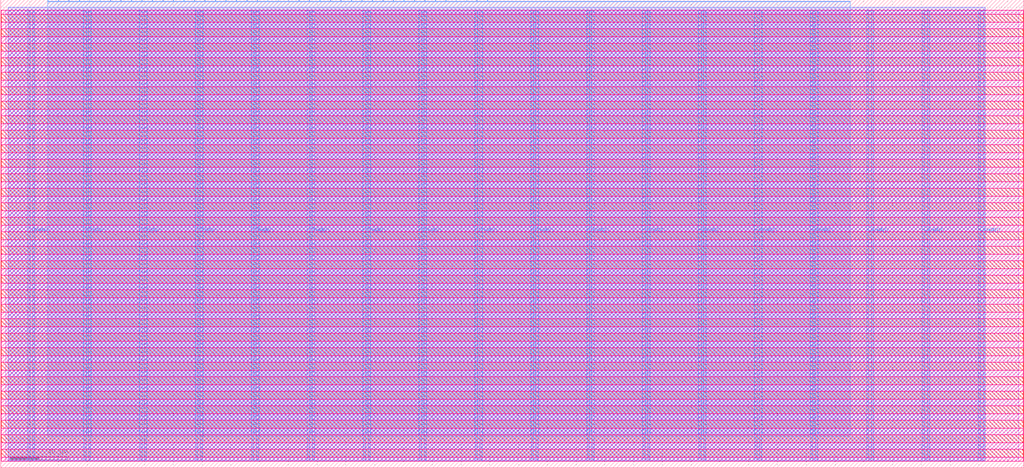
<source format=lef>
VERSION 5.7 ;
  NOWIREEXTENSIONATPIN ON ;
  DIVIDERCHAR "/" ;
  BUSBITCHARS "[]" ;
MACRO tt_um_rejunity_vga_test01
  CLASS BLOCK ;
  FOREIGN tt_um_rejunity_vga_test01 ;
  ORIGIN 0.000 0.000 ;
  SIZE 711.200 BY 325.360 ;
  PIN VGND
    DIRECTION INOUT ;
    USE GROUND ;
    PORT
      LAYER Metal4 ;
        RECT 22.180 4.740 23.780 317.820 ;
    END
    PORT
      LAYER Metal4 ;
        RECT 61.050 4.740 62.650 317.820 ;
    END
    PORT
      LAYER Metal4 ;
        RECT 99.920 4.740 101.520 317.820 ;
    END
    PORT
      LAYER Metal4 ;
        RECT 138.790 4.740 140.390 317.820 ;
    END
    PORT
      LAYER Metal4 ;
        RECT 177.660 4.740 179.260 317.820 ;
    END
    PORT
      LAYER Metal4 ;
        RECT 216.530 4.740 218.130 317.820 ;
    END
    PORT
      LAYER Metal4 ;
        RECT 255.400 4.740 257.000 317.820 ;
    END
    PORT
      LAYER Metal4 ;
        RECT 294.270 4.740 295.870 317.820 ;
    END
    PORT
      LAYER Metal4 ;
        RECT 333.140 4.740 334.740 317.820 ;
    END
    PORT
      LAYER Metal4 ;
        RECT 372.010 4.740 373.610 317.820 ;
    END
    PORT
      LAYER Metal4 ;
        RECT 410.880 4.740 412.480 317.820 ;
    END
    PORT
      LAYER Metal4 ;
        RECT 449.750 4.740 451.350 317.820 ;
    END
    PORT
      LAYER Metal4 ;
        RECT 488.620 4.740 490.220 317.820 ;
    END
    PORT
      LAYER Metal4 ;
        RECT 527.490 4.740 529.090 317.820 ;
    END
    PORT
      LAYER Metal4 ;
        RECT 566.360 4.740 567.960 317.820 ;
    END
    PORT
      LAYER Metal4 ;
        RECT 605.230 4.740 606.830 317.820 ;
    END
    PORT
      LAYER Metal4 ;
        RECT 644.100 4.740 645.700 317.820 ;
    END
    PORT
      LAYER Metal4 ;
        RECT 682.970 4.740 684.570 317.820 ;
    END
  END VGND
  PIN VPWR
    DIRECTION INOUT ;
    USE POWER ;
    PORT
      LAYER Metal4 ;
        RECT 18.880 4.740 20.480 317.820 ;
    END
    PORT
      LAYER Metal4 ;
        RECT 57.750 4.740 59.350 317.820 ;
    END
    PORT
      LAYER Metal4 ;
        RECT 96.620 4.740 98.220 317.820 ;
    END
    PORT
      LAYER Metal4 ;
        RECT 135.490 4.740 137.090 317.820 ;
    END
    PORT
      LAYER Metal4 ;
        RECT 174.360 4.740 175.960 317.820 ;
    END
    PORT
      LAYER Metal4 ;
        RECT 213.230 4.740 214.830 317.820 ;
    END
    PORT
      LAYER Metal4 ;
        RECT 252.100 4.740 253.700 317.820 ;
    END
    PORT
      LAYER Metal4 ;
        RECT 290.970 4.740 292.570 317.820 ;
    END
    PORT
      LAYER Metal4 ;
        RECT 329.840 4.740 331.440 317.820 ;
    END
    PORT
      LAYER Metal4 ;
        RECT 368.710 4.740 370.310 317.820 ;
    END
    PORT
      LAYER Metal4 ;
        RECT 407.580 4.740 409.180 317.820 ;
    END
    PORT
      LAYER Metal4 ;
        RECT 446.450 4.740 448.050 317.820 ;
    END
    PORT
      LAYER Metal4 ;
        RECT 485.320 4.740 486.920 317.820 ;
    END
    PORT
      LAYER Metal4 ;
        RECT 524.190 4.740 525.790 317.820 ;
    END
    PORT
      LAYER Metal4 ;
        RECT 563.060 4.740 564.660 317.820 ;
    END
    PORT
      LAYER Metal4 ;
        RECT 601.930 4.740 603.530 317.820 ;
    END
    PORT
      LAYER Metal4 ;
        RECT 640.800 4.740 642.400 317.820 ;
    END
    PORT
      LAYER Metal4 ;
        RECT 679.670 4.740 681.270 317.820 ;
    END
  END VPWR
  PIN clk
    DIRECTION INPUT ;
    USE SIGNAL ;
    ANTENNAGATEAREA 10.823999 ;
    PORT
      LAYER Metal4 ;
        RECT 331.090 324.360 331.390 325.360 ;
    END
  END clk
  PIN ena
    DIRECTION INPUT ;
    USE SIGNAL ;
    PORT
      LAYER Metal4 ;
        RECT 338.370 324.360 338.670 325.360 ;
    END
  END ena
  PIN rst_n
    DIRECTION INPUT ;
    USE SIGNAL ;
    ANTENNAGATEAREA 0.396000 ;
    PORT
      LAYER Metal4 ;
        RECT 323.810 324.360 324.110 325.360 ;
    END
  END rst_n
  PIN ui_in[0]
    DIRECTION INPUT ;
    USE SIGNAL ;
    PORT
      LAYER Metal4 ;
        RECT 316.530 324.360 316.830 325.360 ;
    END
  END ui_in[0]
  PIN ui_in[1]
    DIRECTION INPUT ;
    USE SIGNAL ;
    PORT
      LAYER Metal4 ;
        RECT 309.250 324.360 309.550 325.360 ;
    END
  END ui_in[1]
  PIN ui_in[2]
    DIRECTION INPUT ;
    USE SIGNAL ;
    PORT
      LAYER Metal4 ;
        RECT 301.970 324.360 302.270 325.360 ;
    END
  END ui_in[2]
  PIN ui_in[3]
    DIRECTION INPUT ;
    USE SIGNAL ;
    PORT
      LAYER Metal4 ;
        RECT 294.690 324.360 294.990 325.360 ;
    END
  END ui_in[3]
  PIN ui_in[4]
    DIRECTION INPUT ;
    USE SIGNAL ;
    PORT
      LAYER Metal4 ;
        RECT 287.410 324.360 287.710 325.360 ;
    END
  END ui_in[4]
  PIN ui_in[5]
    DIRECTION INPUT ;
    USE SIGNAL ;
    PORT
      LAYER Metal4 ;
        RECT 280.130 324.360 280.430 325.360 ;
    END
  END ui_in[5]
  PIN ui_in[6]
    DIRECTION INPUT ;
    USE SIGNAL ;
    PORT
      LAYER Metal4 ;
        RECT 272.850 324.360 273.150 325.360 ;
    END
  END ui_in[6]
  PIN ui_in[7]
    DIRECTION INPUT ;
    USE SIGNAL ;
    PORT
      LAYER Metal4 ;
        RECT 265.570 324.360 265.870 325.360 ;
    END
  END ui_in[7]
  PIN uio_in[0]
    DIRECTION INPUT ;
    USE SIGNAL ;
    PORT
      LAYER Metal4 ;
        RECT 258.290 324.360 258.590 325.360 ;
    END
  END uio_in[0]
  PIN uio_in[1]
    DIRECTION INPUT ;
    USE SIGNAL ;
    PORT
      LAYER Metal4 ;
        RECT 251.010 324.360 251.310 325.360 ;
    END
  END uio_in[1]
  PIN uio_in[2]
    DIRECTION INPUT ;
    USE SIGNAL ;
    PORT
      LAYER Metal4 ;
        RECT 243.730 324.360 244.030 325.360 ;
    END
  END uio_in[2]
  PIN uio_in[3]
    DIRECTION INPUT ;
    USE SIGNAL ;
    PORT
      LAYER Metal4 ;
        RECT 236.450 324.360 236.750 325.360 ;
    END
  END uio_in[3]
  PIN uio_in[4]
    DIRECTION INPUT ;
    USE SIGNAL ;
    PORT
      LAYER Metal4 ;
        RECT 229.170 324.360 229.470 325.360 ;
    END
  END uio_in[4]
  PIN uio_in[5]
    DIRECTION INPUT ;
    USE SIGNAL ;
    PORT
      LAYER Metal4 ;
        RECT 221.890 324.360 222.190 325.360 ;
    END
  END uio_in[5]
  PIN uio_in[6]
    DIRECTION INPUT ;
    USE SIGNAL ;
    PORT
      LAYER Metal4 ;
        RECT 214.610 324.360 214.910 325.360 ;
    END
  END uio_in[6]
  PIN uio_in[7]
    DIRECTION INPUT ;
    USE SIGNAL ;
    PORT
      LAYER Metal4 ;
        RECT 207.330 324.360 207.630 325.360 ;
    END
  END uio_in[7]
  PIN uio_oe[0]
    DIRECTION OUTPUT ;
    USE SIGNAL ;
    ANTENNADIFFAREA 0.396000 ;
    PORT
      LAYER Metal4 ;
        RECT 83.570 324.360 83.870 325.360 ;
    END
  END uio_oe[0]
  PIN uio_oe[1]
    DIRECTION OUTPUT ;
    USE SIGNAL ;
    ANTENNADIFFAREA 0.396000 ;
    PORT
      LAYER Metal4 ;
        RECT 76.290 324.360 76.590 325.360 ;
    END
  END uio_oe[1]
  PIN uio_oe[2]
    DIRECTION OUTPUT ;
    USE SIGNAL ;
    ANTENNADIFFAREA 0.396000 ;
    PORT
      LAYER Metal4 ;
        RECT 69.010 324.360 69.310 325.360 ;
    END
  END uio_oe[2]
  PIN uio_oe[3]
    DIRECTION OUTPUT ;
    USE SIGNAL ;
    ANTENNADIFFAREA 0.396000 ;
    PORT
      LAYER Metal4 ;
        RECT 61.730 324.360 62.030 325.360 ;
    END
  END uio_oe[3]
  PIN uio_oe[4]
    DIRECTION OUTPUT ;
    USE SIGNAL ;
    ANTENNADIFFAREA 0.396000 ;
    PORT
      LAYER Metal4 ;
        RECT 54.450 324.360 54.750 325.360 ;
    END
  END uio_oe[4]
  PIN uio_oe[5]
    DIRECTION OUTPUT ;
    USE SIGNAL ;
    ANTENNADIFFAREA 0.396000 ;
    PORT
      LAYER Metal4 ;
        RECT 47.170 324.360 47.470 325.360 ;
    END
  END uio_oe[5]
  PIN uio_oe[6]
    DIRECTION OUTPUT ;
    USE SIGNAL ;
    ANTENNADIFFAREA 0.396000 ;
    PORT
      LAYER Metal4 ;
        RECT 39.890 324.360 40.190 325.360 ;
    END
  END uio_oe[6]
  PIN uio_oe[7]
    DIRECTION OUTPUT ;
    USE SIGNAL ;
    ANTENNADIFFAREA 0.396000 ;
    PORT
      LAYER Metal4 ;
        RECT 32.610 324.360 32.910 325.360 ;
    END
  END uio_oe[7]
  PIN uio_out[0]
    DIRECTION OUTPUT ;
    USE SIGNAL ;
    ANTENNADIFFAREA 1.821000 ;
    PORT
      LAYER Metal4 ;
        RECT 141.810 324.360 142.110 325.360 ;
    END
  END uio_out[0]
  PIN uio_out[1]
    DIRECTION OUTPUT ;
    USE SIGNAL ;
    ANTENNADIFFAREA 1.821000 ;
    PORT
      LAYER Metal4 ;
        RECT 134.530 324.360 134.830 325.360 ;
    END
  END uio_out[1]
  PIN uio_out[2]
    DIRECTION OUTPUT ;
    USE SIGNAL ;
    ANTENNADIFFAREA 1.821000 ;
    PORT
      LAYER Metal4 ;
        RECT 127.250 324.360 127.550 325.360 ;
    END
  END uio_out[2]
  PIN uio_out[3]
    DIRECTION OUTPUT ;
    USE SIGNAL ;
    ANTENNADIFFAREA 1.821000 ;
    PORT
      LAYER Metal4 ;
        RECT 119.970 324.360 120.270 325.360 ;
    END
  END uio_out[3]
  PIN uio_out[4]
    DIRECTION OUTPUT ;
    USE SIGNAL ;
    ANTENNADIFFAREA 1.821000 ;
    PORT
      LAYER Metal4 ;
        RECT 112.690 324.360 112.990 325.360 ;
    END
  END uio_out[4]
  PIN uio_out[5]
    DIRECTION OUTPUT ;
    USE SIGNAL ;
    ANTENNADIFFAREA 1.821000 ;
    PORT
      LAYER Metal4 ;
        RECT 105.410 324.360 105.710 325.360 ;
    END
  END uio_out[5]
  PIN uio_out[6]
    DIRECTION OUTPUT ;
    USE SIGNAL ;
    ANTENNADIFFAREA 1.821000 ;
    PORT
      LAYER Metal4 ;
        RECT 98.130 324.360 98.430 325.360 ;
    END
  END uio_out[6]
  PIN uio_out[7]
    DIRECTION OUTPUT ;
    USE SIGNAL ;
    ANTENNAGATEAREA 11.948999 ;
    ANTENNADIFFAREA 3.276000 ;
    PORT
      LAYER Metal4 ;
        RECT 90.850 324.360 91.150 325.360 ;
    END
  END uio_out[7]
  PIN uo_out[0]
    DIRECTION OUTPUT ;
    USE SIGNAL ;
    ANTENNADIFFAREA 1.638000 ;
    PORT
      LAYER Metal4 ;
        RECT 200.050 324.360 200.350 325.360 ;
    END
  END uo_out[0]
  PIN uo_out[1]
    DIRECTION OUTPUT ;
    USE SIGNAL ;
    ANTENNADIFFAREA 1.638000 ;
    PORT
      LAYER Metal4 ;
        RECT 192.770 324.360 193.070 325.360 ;
    END
  END uo_out[1]
  PIN uo_out[2]
    DIRECTION OUTPUT ;
    USE SIGNAL ;
    ANTENNADIFFAREA 1.638000 ;
    PORT
      LAYER Metal4 ;
        RECT 185.490 324.360 185.790 325.360 ;
    END
  END uo_out[2]
  PIN uo_out[3]
    DIRECTION OUTPUT ;
    USE SIGNAL ;
    ANTENNADIFFAREA 1.638000 ;
    PORT
      LAYER Metal4 ;
        RECT 178.210 324.360 178.510 325.360 ;
    END
  END uo_out[3]
  PIN uo_out[4]
    DIRECTION OUTPUT ;
    USE SIGNAL ;
    ANTENNADIFFAREA 1.638000 ;
    PORT
      LAYER Metal4 ;
        RECT 170.930 324.360 171.230 325.360 ;
    END
  END uo_out[4]
  PIN uo_out[5]
    DIRECTION OUTPUT ;
    USE SIGNAL ;
    ANTENNADIFFAREA 1.638000 ;
    PORT
      LAYER Metal4 ;
        RECT 163.650 324.360 163.950 325.360 ;
    END
  END uo_out[5]
  PIN uo_out[6]
    DIRECTION OUTPUT ;
    USE SIGNAL ;
    ANTENNADIFFAREA 1.638000 ;
    PORT
      LAYER Metal4 ;
        RECT 156.370 324.360 156.670 325.360 ;
    END
  END uo_out[6]
  PIN uo_out[7]
    DIRECTION OUTPUT ;
    USE SIGNAL ;
    ANTENNADIFFAREA 1.638000 ;
    PORT
      LAYER Metal4 ;
        RECT 149.090 324.360 149.390 325.360 ;
    END
  END uo_out[7]
  OBS
      LAYER Pwell ;
        RECT 0.430 315.255 710.770 317.950 ;
      LAYER Nwell ;
        RECT 0.430 309.705 710.770 315.255 ;
      LAYER Pwell ;
        RECT 0.430 305.175 710.770 309.705 ;
      LAYER Nwell ;
        RECT 0.430 299.625 710.770 305.175 ;
      LAYER Pwell ;
        RECT 0.430 295.095 710.770 299.625 ;
      LAYER Nwell ;
        RECT 0.430 289.545 710.770 295.095 ;
      LAYER Pwell ;
        RECT 0.430 285.015 710.770 289.545 ;
      LAYER Nwell ;
        RECT 0.430 279.465 710.770 285.015 ;
      LAYER Pwell ;
        RECT 0.430 274.935 710.770 279.465 ;
      LAYER Nwell ;
        RECT 0.430 269.385 710.770 274.935 ;
      LAYER Pwell ;
        RECT 0.430 264.855 710.770 269.385 ;
      LAYER Nwell ;
        RECT 0.430 259.305 710.770 264.855 ;
      LAYER Pwell ;
        RECT 0.430 254.775 710.770 259.305 ;
      LAYER Nwell ;
        RECT 0.430 249.225 710.770 254.775 ;
      LAYER Pwell ;
        RECT 0.430 244.695 710.770 249.225 ;
      LAYER Nwell ;
        RECT 0.430 239.145 710.770 244.695 ;
      LAYER Pwell ;
        RECT 0.430 234.615 710.770 239.145 ;
      LAYER Nwell ;
        RECT 0.430 229.065 710.770 234.615 ;
      LAYER Pwell ;
        RECT 0.430 224.535 710.770 229.065 ;
      LAYER Nwell ;
        RECT 0.430 218.985 710.770 224.535 ;
      LAYER Pwell ;
        RECT 0.430 214.455 710.770 218.985 ;
      LAYER Nwell ;
        RECT 0.430 208.905 710.770 214.455 ;
      LAYER Pwell ;
        RECT 0.430 204.375 710.770 208.905 ;
      LAYER Nwell ;
        RECT 0.430 198.825 710.770 204.375 ;
      LAYER Pwell ;
        RECT 0.430 194.295 710.770 198.825 ;
      LAYER Nwell ;
        RECT 0.430 188.745 710.770 194.295 ;
      LAYER Pwell ;
        RECT 0.430 184.215 710.770 188.745 ;
      LAYER Nwell ;
        RECT 0.430 178.665 710.770 184.215 ;
      LAYER Pwell ;
        RECT 0.430 174.135 710.770 178.665 ;
      LAYER Nwell ;
        RECT 0.430 168.585 710.770 174.135 ;
      LAYER Pwell ;
        RECT 0.430 164.055 710.770 168.585 ;
      LAYER Nwell ;
        RECT 0.430 158.505 710.770 164.055 ;
      LAYER Pwell ;
        RECT 0.430 153.975 710.770 158.505 ;
      LAYER Nwell ;
        RECT 0.430 148.425 710.770 153.975 ;
      LAYER Pwell ;
        RECT 0.430 143.895 710.770 148.425 ;
      LAYER Nwell ;
        RECT 0.430 138.345 710.770 143.895 ;
      LAYER Pwell ;
        RECT 0.430 133.815 710.770 138.345 ;
      LAYER Nwell ;
        RECT 0.430 128.265 710.770 133.815 ;
      LAYER Pwell ;
        RECT 0.430 123.735 710.770 128.265 ;
      LAYER Nwell ;
        RECT 0.430 118.185 710.770 123.735 ;
      LAYER Pwell ;
        RECT 0.430 113.655 710.770 118.185 ;
      LAYER Nwell ;
        RECT 0.430 108.105 710.770 113.655 ;
      LAYER Pwell ;
        RECT 0.430 103.575 710.770 108.105 ;
      LAYER Nwell ;
        RECT 0.430 98.025 710.770 103.575 ;
      LAYER Pwell ;
        RECT 0.430 93.495 710.770 98.025 ;
      LAYER Nwell ;
        RECT 0.430 87.945 710.770 93.495 ;
      LAYER Pwell ;
        RECT 0.430 83.415 710.770 87.945 ;
      LAYER Nwell ;
        RECT 0.430 77.865 710.770 83.415 ;
      LAYER Pwell ;
        RECT 0.430 73.335 710.770 77.865 ;
      LAYER Nwell ;
        RECT 0.430 67.785 710.770 73.335 ;
      LAYER Pwell ;
        RECT 0.430 63.255 710.770 67.785 ;
      LAYER Nwell ;
        RECT 0.430 57.705 710.770 63.255 ;
      LAYER Pwell ;
        RECT 0.430 53.175 710.770 57.705 ;
      LAYER Nwell ;
        RECT 0.430 47.625 710.770 53.175 ;
      LAYER Pwell ;
        RECT 0.430 43.095 710.770 47.625 ;
      LAYER Nwell ;
        RECT 0.430 37.545 710.770 43.095 ;
      LAYER Pwell ;
        RECT 0.430 33.015 710.770 37.545 ;
      LAYER Nwell ;
        RECT 0.430 27.465 710.770 33.015 ;
      LAYER Pwell ;
        RECT 0.430 22.935 710.770 27.465 ;
      LAYER Nwell ;
        RECT 0.430 17.385 710.770 22.935 ;
      LAYER Pwell ;
        RECT 0.430 12.855 710.770 17.385 ;
      LAYER Nwell ;
        RECT 0.430 7.305 710.770 12.855 ;
      LAYER Pwell ;
        RECT 0.430 4.610 710.770 7.305 ;
      LAYER Metal1 ;
        RECT 3.360 4.590 707.840 317.970 ;
      LAYER Metal2 ;
        RECT 5.180 4.850 684.430 320.230 ;
      LAYER Metal3 ;
        RECT 5.130 4.900 684.480 320.180 ;
      LAYER Metal4 ;
        RECT 33.210 324.060 39.590 324.360 ;
        RECT 40.490 324.060 46.870 324.360 ;
        RECT 47.770 324.060 54.150 324.360 ;
        RECT 55.050 324.060 61.430 324.360 ;
        RECT 62.330 324.060 68.710 324.360 ;
        RECT 69.610 324.060 75.990 324.360 ;
        RECT 76.890 324.060 83.270 324.360 ;
        RECT 84.170 324.060 90.550 324.360 ;
        RECT 91.450 324.060 97.830 324.360 ;
        RECT 98.730 324.060 105.110 324.360 ;
        RECT 106.010 324.060 112.390 324.360 ;
        RECT 113.290 324.060 119.670 324.360 ;
        RECT 120.570 324.060 126.950 324.360 ;
        RECT 127.850 324.060 134.230 324.360 ;
        RECT 135.130 324.060 141.510 324.360 ;
        RECT 142.410 324.060 148.790 324.360 ;
        RECT 149.690 324.060 156.070 324.360 ;
        RECT 156.970 324.060 163.350 324.360 ;
        RECT 164.250 324.060 170.630 324.360 ;
        RECT 171.530 324.060 177.910 324.360 ;
        RECT 178.810 324.060 185.190 324.360 ;
        RECT 186.090 324.060 192.470 324.360 ;
        RECT 193.370 324.060 199.750 324.360 ;
        RECT 200.650 324.060 207.030 324.360 ;
        RECT 207.930 324.060 214.310 324.360 ;
        RECT 215.210 324.060 221.590 324.360 ;
        RECT 222.490 324.060 228.870 324.360 ;
        RECT 229.770 324.060 236.150 324.360 ;
        RECT 237.050 324.060 243.430 324.360 ;
        RECT 244.330 324.060 250.710 324.360 ;
        RECT 251.610 324.060 257.990 324.360 ;
        RECT 258.890 324.060 265.270 324.360 ;
        RECT 266.170 324.060 272.550 324.360 ;
        RECT 273.450 324.060 279.830 324.360 ;
        RECT 280.730 324.060 287.110 324.360 ;
        RECT 288.010 324.060 294.390 324.360 ;
        RECT 295.290 324.060 301.670 324.360 ;
        RECT 302.570 324.060 308.950 324.360 ;
        RECT 309.850 324.060 316.230 324.360 ;
        RECT 317.130 324.060 323.510 324.360 ;
        RECT 324.410 324.060 330.790 324.360 ;
        RECT 331.690 324.060 338.070 324.360 ;
        RECT 338.970 324.060 590.660 324.360 ;
        RECT 32.620 318.120 590.660 324.060 ;
        RECT 32.620 21.930 57.450 318.120 ;
        RECT 59.650 21.930 60.750 318.120 ;
        RECT 62.950 21.930 96.320 318.120 ;
        RECT 98.520 21.930 99.620 318.120 ;
        RECT 101.820 21.930 135.190 318.120 ;
        RECT 137.390 21.930 138.490 318.120 ;
        RECT 140.690 21.930 174.060 318.120 ;
        RECT 176.260 21.930 177.360 318.120 ;
        RECT 179.560 21.930 212.930 318.120 ;
        RECT 215.130 21.930 216.230 318.120 ;
        RECT 218.430 21.930 251.800 318.120 ;
        RECT 254.000 21.930 255.100 318.120 ;
        RECT 257.300 21.930 290.670 318.120 ;
        RECT 292.870 21.930 293.970 318.120 ;
        RECT 296.170 21.930 329.540 318.120 ;
        RECT 331.740 21.930 332.840 318.120 ;
        RECT 335.040 21.930 368.410 318.120 ;
        RECT 370.610 21.930 371.710 318.120 ;
        RECT 373.910 21.930 407.280 318.120 ;
        RECT 409.480 21.930 410.580 318.120 ;
        RECT 412.780 21.930 446.150 318.120 ;
        RECT 448.350 21.930 449.450 318.120 ;
        RECT 451.650 21.930 485.020 318.120 ;
        RECT 487.220 21.930 488.320 318.120 ;
        RECT 490.520 21.930 523.890 318.120 ;
        RECT 526.090 21.930 527.190 318.120 ;
        RECT 529.390 21.930 562.760 318.120 ;
        RECT 564.960 21.930 566.060 318.120 ;
        RECT 568.260 21.930 590.660 318.120 ;
  END
END tt_um_rejunity_vga_test01
END LIBRARY


</source>
